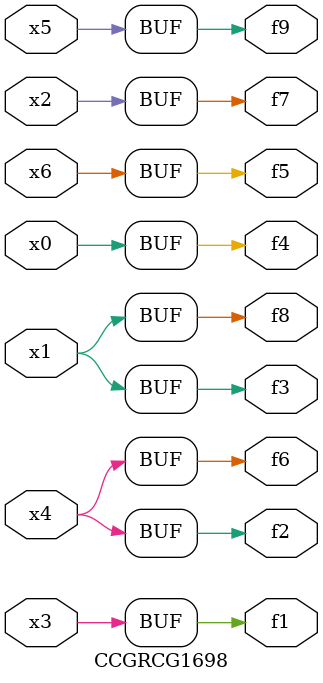
<source format=v>
module CCGRCG1698(
	input x0, x1, x2, x3, x4, x5, x6,
	output f1, f2, f3, f4, f5, f6, f7, f8, f9
);
	assign f1 = x3;
	assign f2 = x4;
	assign f3 = x1;
	assign f4 = x0;
	assign f5 = x6;
	assign f6 = x4;
	assign f7 = x2;
	assign f8 = x1;
	assign f9 = x5;
endmodule

</source>
